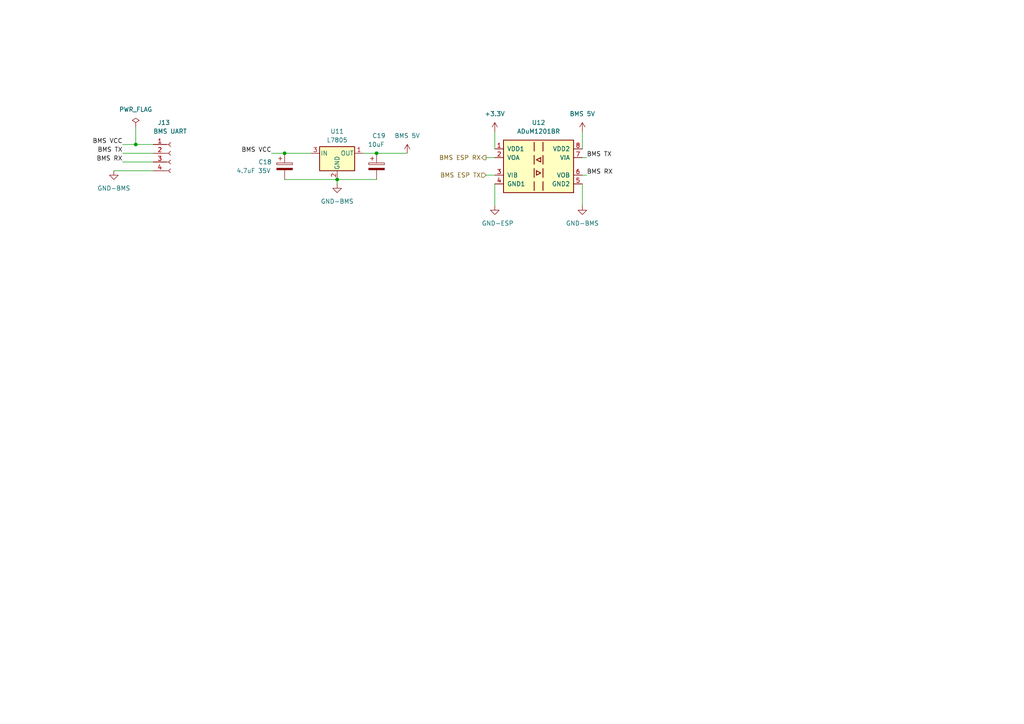
<source format=kicad_sch>
(kicad_sch (version 20241209) (generator "eeschema") (generator_version "9.0")
  (paper "A4")
  (lib_symbols
    (symbol "Connector:Conn_01x04_Socket" (pin_names (offset 1.016) (hide yes))
      (property "Reference" "J" (at 0 5.08 0))
      (property "Value" "Conn_01x04_Socket" (at 0 -7.62 0))
      (symbol "Conn_01x04_Socket_1_1"
        (polyline (pts (xy -1.27 2.54) (xy -0.508 2.54)) (stroke (width 0.1524)))
        (polyline (pts (xy -1.27 0) (xy -0.508 0)) (stroke (width 0.1524)))
        (polyline (pts (xy -1.27 -2.54) (xy -0.508 -2.54)) (stroke (width 0.1524)))
        (polyline (pts (xy -1.27 -5.08) (xy -0.508 -5.08)) (stroke (width 0.1524)))
        (arc (start 0 2.032) (mid -0.5058 2.54) (end 0 3.048) (stroke (width 0.1524)))
        (arc (start 0 -0.508) (mid -0.5058 0) (end 0 0.508) (stroke (width 0.1524)))
        (arc (start 0 -3.048) (mid -0.5058 -2.54) (end 0 -2.032) (stroke (width 0.1524)))
        (arc (start 0 -5.588) (mid -0.5058 -5.08) (end 0 -4.572) (stroke (width 0.1524)))
        (pin passive line (at -5.08 2.54 0) (length 3.81) (name "Pin_1") (number "1"))
        (pin passive line (at -5.08 0 0) (length 3.81) (name "Pin_2") (number "2"))
        (pin passive line (at -5.08 -2.54 0) (length 3.81) (name "Pin_3") (number "3"))
        (pin passive line (at -5.08 -5.08 0) (length 3.81) (name "Pin_4") (number "4"))
      )
    )
    (symbol "Device:C_Polarized" (pin_numbers (hide yes)) (pin_names (offset 0.254))
      (property "Reference" "C" (at 0.635 2.54 0))
      (property "Value" "C_Polarized" (at 0.635 -2.54 0))
      (symbol "C_Polarized_0_1"
        (rectangle (start -2.286 0.508) (end 2.286 1.016))
        (polyline (pts (xy -1.778 2.286) (xy -0.762 2.286)))
        (polyline (pts (xy -1.27 2.794) (xy -1.27 1.778)))
        (rectangle (start 2.286 -0.508) (end -2.286 -1.016) (fill (type outline)))
      )
      (symbol "C_Polarized_1_1"
        (pin passive line (at 0 3.81 270) (length 2.794) (name "~") (number "1"))
        (pin passive line (at 0 -3.81 90) (length 2.794) (name "~") (number "2"))
      )
    )
    (symbol "Isolator:ADuM1201BR" (pin_names (offset 1.016))
      (property "Reference" "U" (at -10.16 8.89 0))
      (property "Value" "ADuM1201BR" (at -2.032 8.89 0))
      (symbol "ADuM1201BR_0_1"
        (rectangle (start -10.16 7.62) (end 10.16 -7.62) (stroke (width 0.254)) (fill (type background)))
        (polyline (pts (xy -1.27 6.985) (xy -1.27 4.445)) (stroke (width 0.254)))
        (polyline (pts (xy -1.27 3.175) (xy -1.27 0.635)) (stroke (width 0.254)))
        (polyline (pts (xy -1.27 -0.635) (xy -1.27 -3.175)) (stroke (width 0.254)))
        (polyline (pts (xy -1.27 -4.445) (xy -1.27 -6.985)) (stroke (width 0.254)))
        (polyline (pts (xy -0.635 -1.27) (xy -0.635 -2.54) (xy 0.635 -1.905) (xy -0.635 -1.27)) (stroke (width 0.254)))
        (polyline (pts (xy 0.635 2.54) (xy 0.635 1.27) (xy -0.635 1.905) (xy 0.635 2.54)) (stroke (width 0.254)))
        (polyline (pts (xy 1.27 6.985) (xy 1.27 4.445)) (stroke (width 0.254)))
        (polyline (pts (xy 1.27 3.175) (xy 1.27 0.635)) (stroke (width 0.254)))
        (polyline (pts (xy 1.27 -0.635) (xy 1.27 -3.175)) (stroke (width 0.254)))
        (polyline (pts (xy 1.27 -4.445) (xy 1.27 -6.985)) (stroke (width 0.254)))
      )
      (symbol "ADuM1201BR_1_1"
        (pin power_in line (at -12.7 5.08 0) (length 2.54) (name "VDD1") (number "1"))
        (pin output line (at -12.7 2.54 0) (length 2.54) (name "VOA") (number "2"))
        (pin input line (at -12.7 -2.54 0) (length 2.54) (name "VIB") (number "3"))
        (pin power_in line (at -12.7 -5.08 0) (length 2.54) (name "GND1") (number "4"))
        (pin power_in line (at 12.7 5.08 180) (length 2.54) (name "VDD2") (number "8"))
        (pin input line (at 12.7 2.54 180) (length 2.54) (name "VIA") (number "7"))
        (pin output line (at 12.7 -2.54 180) (length 2.54) (name "VOB") (number "6"))
        (pin power_in line (at 12.7 -5.08 180) (length 2.54) (name "GND2") (number "5"))
      )
    )
    (symbol "Regulator_Linear:L7805" (pin_names (offset 0.254))
      (property "Reference" "U6" (at 0 6.35 0))
      (property "Value" "L7805" (at 0 3.81 0))
      (symbol "L7805_0_1"
        (rectangle (start -5.08 1.905) (end 5.08 -5.08) (stroke (width 0.254)) (fill (type background)))
      )
      (symbol "L7805_1_1"
        (pin power_in line (at -7.62 0 0) (length 2.54) (name "IN") (number "3"))
        (pin power_in line (at 0 -7.62 90) (length 2.54) (name "GND") (number "2"))
        (pin power_out line (at 7.62 0 180) (length 2.54) (name "OUT") (number "1"))
      )
    )
    (symbol "power:+12V" (power) (pin_numbers (hide yes)) (pin_names (offset 0) (hide yes))
      (property "Value" "+12V" (at 0 3.556 0))
      (symbol "+12V_0_1"
        (polyline (pts (xy -0.762 1.27) (xy 0 2.54)))
        (polyline (pts (xy 0 2.54) (xy 0.762 1.27)))
        (polyline (pts (xy 0 0) (xy 0 2.54)))
      )
      (symbol "+12V_1_1"
        (pin power_in line (at 0 0 90) (length 0) (name "~") (number "1"))
      )
    )
    (symbol "power:GND" (power) (pin_numbers (hide yes)) (pin_names (offset 0) (hide yes))
      (property "Value" "GND" (at 0 -3.81 0))
      (symbol "GND_0_1"
        (polyline (pts (xy 0 0) (xy 0 -1.27) (xy 1.27 -1.27) (xy 0 -2.54) (xy -1.27 -1.27) (xy 0 -1.27)))
      )
      (symbol "GND_1_1"
        (pin power_in line (at 0 0 270) (length 0) (name "~") (number "1"))
      )
    )
    (symbol "power:GND1" (power) (pin_numbers (hide yes)) (pin_names (offset 0) (hide yes))
      (property "Value" "GND1" (at 0 -3.81 0))
      (symbol "GND1_0_1"
        (polyline (pts (xy 0 0) (xy 0 -1.27) (xy 1.27 -1.27) (xy 0 -2.54) (xy -1.27 -1.27) (xy 0 -1.27)))
      )
      (symbol "GND1_1_1"
        (pin power_in line (at 0 0 270) (length 0) (name "~") (number "1"))
      )
    )
    (symbol "power:PWR_FLAG" (power) (pin_numbers (hide yes)) (pin_names (offset 0) (hide yes))
      (property "Value" "PWR_FLAG" (at 0 3.81 0))
      (symbol "PWR_FLAG_0_0"
        (pin power_out line (at 0 0 90) (length 0) (name "~") (number "1"))
      )
      (symbol "PWR_FLAG_0_1"
        (polyline (pts (xy 0 0) (xy 0 1.27) (xy -1.016 1.905) (xy 0 2.54) (xy 1.016 1.905) (xy 0 1.27)))
      )
    )
  )
  (junction (at 109.22 44.45))
  (junction (at 82.55 44.45))
  (junction (at 97.79 52.07))
  (junction (at 39.37 41.91))
  (wire (pts (xy 39.37 36.83) (xy 39.37 41.91)))
  (wire (pts (xy 140.97 45.72) (xy 143.51 45.72)))
  (wire (pts (xy 39.37 41.91) (xy 44.45 41.91)))
  (wire (pts (xy 97.79 52.07) (xy 109.22 52.07)))
  (wire (pts (xy 143.51 38.1) (xy 143.51 43.18)))
  (wire (pts (xy 82.55 52.07) (xy 97.79 52.07)))
  (wire (pts (xy 168.91 59.69) (xy 168.91 53.34)))
  (wire (pts (xy 140.97 50.8) (xy 143.51 50.8)))
  (wire (pts (xy 35.56 46.99) (xy 44.45 46.99)))
  (wire (pts (xy 35.56 41.91) (xy 39.37 41.91)))
  (wire (pts (xy 82.55 44.45) (xy 90.17 44.45)))
  (wire (pts (xy 170.18 50.8) (xy 168.91 50.8)))
  (wire (pts (xy 35.56 44.45) (xy 44.45 44.45)))
  (wire (pts (xy 109.22 44.45) (xy 105.41 44.45)))
  (wire (pts (xy 168.91 38.1) (xy 168.91 43.18)))
  (wire (pts (xy 78.74 44.45) (xy 82.55 44.45)))
  (wire (pts (xy 97.79 53.34) (xy 97.79 52.07)))
  (wire (pts (xy 118.11 44.45) (xy 109.22 44.45)))
  (wire (pts (xy 170.18 45.72) (xy 168.91 45.72)))
  (wire (pts (xy 33.02 49.53) (xy 44.45 49.53)))
  (wire (pts (xy 143.51 59.69) (xy 143.51 53.34)))
  (label "BMS RX" (at 170.18 50.8 0))
  (label "BMS RX" (at 35.56 46.99 180))
  (label "BMS TX" (at 170.18 45.72 0))
  (label "BMS VCC" (at 35.56 41.91 180))
  (label "BMS TX" (at 35.56 44.45 180))
  (label "BMS VCC" (at 78.74 44.45 180))
  (hierarchical_label "BMS ESP RX" (shape output) (at 140.97 45.72 180))
  (hierarchical_label "BMS ESP TX" (shape input) (at 140.97 50.8 180))
  (symbol (lib_id "Isolator:ADuM1201BR") (at 156.21 48.26 0) (unit 1)
    (property "Reference" "U12" (at 156.21 35.56 0))
    (property "Value" "ADuM1201BR" (at 156.21 38.1 0))
    (property "Footprint" "Package_SO:SOIC-8_3.9x4.9mm_P1.27mm" (effects (hide yes)))
    (property "Datasheet" "https://www.analog.com/static/imported-files/data_sheets/ADuM1200_1201.pdf" (effects (hide yes)))
    (property "Description" "Dual-Channel Digital Isolator, 10Mbps 50ns, bidirectional communication, 3V/5V level translation, SOIC-8" (effects (hide yes)))
  )
  (symbol (lib_id "power:GND1") (at 97.79 53.34 0) (unit 1)
    (property "Reference" "#PWR0305" (effects (hide yes)))
    (property "Value" "GND-BMS" (at 97.79 58.42 0))
    (property "Description" "Power symbol creates a global label with name \"GND1\" , ground" (effects (hide yes)))
  )
  (symbol (lib_id "power:+12V") (at 168.91 38.1 0) (unit 1)
    (property "Reference" "#PWR0302" (effects (hide yes)))
    (property "Value" "BMS 5V" (at 168.91 33.02 0))
    (property "Description" "Power symbol creates a global label with name \"+12V\"" (effects (hide yes)))
  )
  (symbol (lib_id "Regulator_Linear:L7805") (at 97.79 44.45 0) (unit 1)
    (property "Reference" "U11" (at 97.79 38.1 0))
    (property "Value" "L7805" (at 97.79 40.64 0))
    (property "Footprint" "Package_TO_SOT_SMD:SOT-89-3" (effects (hide yes)))
    (property "Datasheet" "http://www.st.com/content/ccc/resource/technical/document/datasheet/41/4f/b3/b0/12/d4/47/88/CD00000444.pdf/files/CD00000444.pdf/jcr:content/translations/en.CD00000444.pdf" (effects (hide yes)))
    (property "Description" "Positive 1.5A 35V Linear Regulator, Fixed Output 5V, TO-220/TO-263/TO-252" (effects (hide yes)))
  )
  (symbol (lib_id "power:GND1") (at 168.91 59.69 0) (unit 1)
    (property "Reference" "#PWR0307" (effects (hide yes)))
    (property "Value" "GND-BMS" (at 168.91 64.77 0))
    (property "Description" "Power symbol creates a global label with name \"GND1\" , ground" (effects (hide yes)))
  )
  (symbol (lib_id "power:GND1") (at 33.02 49.53 0) (unit 1)
    (property "Reference" "#PWR0304" (effects (hide yes)))
    (property "Value" "GND-BMS" (at 33.02 54.61 0))
    (property "Description" "Power symbol creates a global label with name \"GND1\" , ground" (effects (hide yes)))
  )
  (symbol (lib_id "power:+12V") (at 143.51 38.1 0) (unit 1)
    (property "Reference" "#PWR0301" (effects (hide yes)))
    (property "Value" "+3.3V" (at 143.51 33.02 0))
    (property "Description" "Power symbol creates a global label with name \"+12V\"" (effects (hide yes)))
  )
  (symbol (lib_id "Device:C_Polarized") (at 109.22 48.26 0) (unit 1)
    (property "Reference" "C19" (at 107.95 39.37 0) (effects (justify left)))
    (property "Value" "10uF" (at 106.68 41.91 0) (effects (justify left)))
    (property "Footprint" "Capacitor_SMD:C_1206_3216Metric" (effects (hide yes)))
    (property "Description" "Polarized capacitor" (effects (hide yes)))
  )
  (symbol (lib_id "power:PWR_FLAG") (at 39.37 36.83 0) (unit 1)
    (property "Reference" "#FLG0301" (effects (hide yes)))
    (property "Value" "PWR_FLAG" (at 39.37 31.75 0))
    (property "Description" "Special symbol for telling ERC where power comes from" (effects (hide yes)))
  )
  (symbol (lib_id "Device:C_Polarized") (at 82.55 48.26 0) (unit 1)
    (property "Reference" "C18" (at 74.93 46.99 0) (effects (justify left)))
    (property "Value" "4.7uF 35V" (at 68.58 49.53 0) (effects (justify left)))
    (property "Footprint" "Capacitor_Tantalum_SMD:CP_EIA-6032-28_Kemet-C" (effects (hide yes)))
    (property "Description" "Polarized capacitor" (effects (hide yes)))
  )
  (symbol (lib_id "power:+12V") (at 118.11 44.45 0) (unit 1)
    (property "Reference" "#PWR0303" (effects (hide yes)))
    (property "Value" "BMS 5V" (at 118.11 39.37 0))
    (property "Description" "Power symbol creates a global label with name \"+12V\"" (effects (hide yes)))
  )
  (symbol (lib_id "power:GND") (at 143.51 59.69 0) (unit 1)
    (property "Reference" "#PWR0306" (effects (hide yes)))
    (property "Value" "GND-ESP" (at 139.7 64.77 0) (effects (justify left)))
    (property "Description" "Power symbol creates a global label with name \"GND\" , ground" (effects (hide yes)))
  )
  (symbol (lib_id "Connector:Conn_01x04_Socket") (at 49.53 44.45 0) (unit 1)
    (property "Reference" "J13" (at 45.72 35.56 0) (effects (justify left)))
    (property "Value" "BMS UART" (at 44.45 38.1 0) (effects (justify left)))
    (property "Footprint" "Connector_JST:JST_PH_B4B-PH-K_1x04_P2.00mm_Vertical" (effects (hide yes)))
    (property "Description" "Generic connector, single row, 01x04, script generated" (effects (hide yes)))
  )
)
</source>
